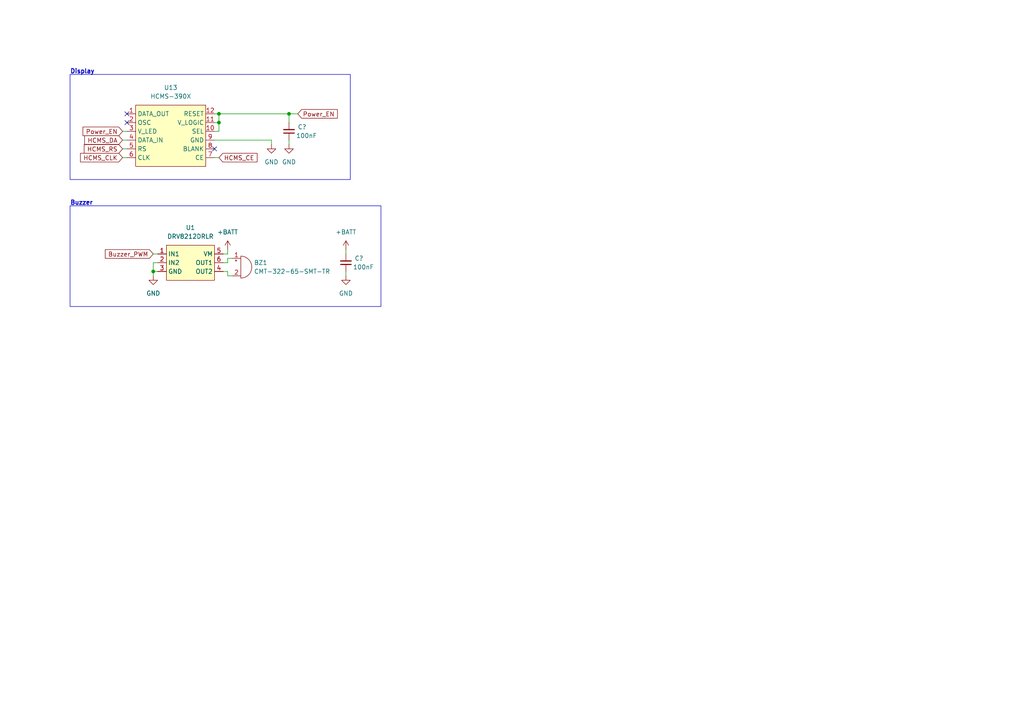
<source format=kicad_sch>
(kicad_sch (version 20230121) (generator eeschema)
  (paper "A4")
  (lib_symbols
    (symbol "Device:Buzzer" (pin_names (offset 0.0254) hide)
      (property "Reference" "BZ" (at 3.81 1.27 0))
      (property "Value" "Buzzer" (at 3.81 -1.27 0))
      (symbol "Buzzer_0_1"
        (arc (start 0 -3.175) (mid 3.1612 0) (end 0 3.175))
        (polyline (pts (xy -1.651 1.905) (xy -1.143 1.905)))
        (polyline (pts (xy -1.397 2.159) (xy -1.397 1.651)))
        (polyline (pts (xy 0 3.175) (xy 0 -3.175)))
      )
      (symbol "Buzzer_1_1"
        (pin passive line (at -2.54 2.54 0) (length 2.54) (name "-") (number "1"))
        (pin passive line (at -2.54 -2.54 0) (length 2.54) (name "+") (number "2"))
      )
    )
    (symbol "Device:C_Small" (pin_numbers hide) (pin_names (offset 0.254) hide)
      (property "Reference" "C" (at 0.254 1.778 0))
      (property "Value" "C_Small" (at 0.254 -2.032 0))
      (symbol "C_Small_0_1"
        (polyline (pts (xy -1.524 -0.508) (xy 1.524 -0.508)) (stroke (width 0.3302)))
        (polyline (pts (xy -1.524 0.508) (xy 1.524 0.508)) (stroke (width 0.3048)))
      )
      (symbol "C_Small_1_1"
        (pin passive line (at 0 2.54 270) (length 2.032) (name "~") (number "1"))
        (pin passive line (at 0 -2.54 90) (length 2.032) (name "~") (number "2"))
      )
    )
    (symbol "HS_Display:HCMS-390X"
      (property "Reference" "U?" (at 1.27 1.27 0))
      (property "Value" "HCMS-390X" (at 0 5.08 0))
      (symbol "HCMS-390X_1_0"
        (pin input line (at 22.86 -7.62 180) (length 2.54) (name "SEL") (number "10"))
        (pin power_in line (at 22.86 -5.08 180) (length 2.54) (name "V_LOGIC") (number "11"))
        (pin input line (at 22.86 -2.54 180) (length 2.54) (name "RESET") (number "12"))
        (pin input line (at -2.54 -5.08 0) (length 2.54) (name "OSC") (number "2"))
        (pin power_in line (at -2.54 -7.62 0) (length 2.54) (name "V_LED") (number "3"))
        (pin input line (at -2.54 -10.16 0) (length 2.54) (name "DATA_IN") (number "4"))
        (pin input line (at -2.54 -12.7 0) (length 2.54) (name "RS") (number "5"))
        (pin input line (at -2.54 -15.24 0) (length 2.54) (name "CLK") (number "6"))
        (pin input line (at 22.86 -15.24 180) (length 2.54) (name "CE") (number "7"))
        (pin input line (at 22.86 -12.7 180) (length 2.54) (name "BLANK") (number "8"))
        (pin power_in line (at 22.86 -10.16 180) (length 2.54) (name "GND") (number "9"))
      )
      (symbol "HCMS-390X_1_1"
        (rectangle (start 0 0) (end 20.32 -17.78) (fill (type background)))
        (pin output line (at -2.54 -2.54 0) (length 2.54) (name "DATA_OUT") (number "1"))
      )
    )
    (symbol "HS_MotorDriver:DRV8212DRLR"
      (property "Reference" "U" (at 0 0 0))
      (property "Value" "DRV8212DRLR" (at 0 0 0))
      (symbol "DRV8212DRLR_1_0"
        (pin input line (at -2.54 -5.08 0) (length 2.54) (name "IN2") (number "2"))
        (pin power_in line (at -2.54 -7.62 0) (length 2.54) (name "GND") (number "3"))
        (pin output line (at 16.51 -7.62 180) (length 2.54) (name "OUT2") (number "4"))
        (pin power_in line (at 16.51 -2.54 180) (length 2.54) (name "VM") (number "5"))
        (pin output line (at 16.51 -5.08 180) (length 2.54) (name "OUT1") (number "6"))
      )
      (symbol "DRV8212DRLR_1_1"
        (rectangle (start 0 0) (end 13.97 -10.16) (fill (type background)))
        (pin input line (at -2.54 -2.54 0) (length 2.54) (name "IN1") (number "1"))
      )
    )
    (symbol "power:+BATT" (power) (pin_names (offset 0))
      (property "Value" "+BATT" (at 0 3.556 0))
      (symbol "+BATT_0_1"
        (polyline (pts (xy -0.762 1.27) (xy 0 2.54)))
        (polyline (pts (xy 0 0) (xy 0 2.54)))
        (polyline (pts (xy 0 2.54) (xy 0.762 1.27)))
      )
      (symbol "+BATT_1_1"
        (pin power_in line (at 0 0 90) (length 0) hide (name "+BATT") (number "1"))
      )
    )
    (symbol "power:GND" (power) (pin_names (offset 0))
      (property "Value" "GND" (at 0 -3.81 0))
      (symbol "GND_0_1"
        (polyline (pts (xy 0 0) (xy 0 -1.27) (xy 1.27 -1.27) (xy 0 -2.54) (xy -1.27 -1.27) (xy 0 -1.27)))
      )
      (symbol "GND_1_1"
        (pin power_in line (at 0 0 270) (length 0) hide (name "GND") (number "1"))
      )
    )
  )
  (junction (at 83.82 33.02))
  (junction (at 63.5 35.56))
  (junction (at 44.45 78.74))
  (junction (at 63.5 33.02))
  (no_connect (at 36.83 33.02))
  (no_connect (at 36.83 35.56))
  (no_connect (at 62.23 43.18))
  (wire (pts (xy 66.04 73.66) (xy 64.77 73.66)))
  (wire (pts (xy 66.04 74.93) (xy 66.04 76.2)))
  (wire (pts (xy 44.45 76.2) (xy 45.72 76.2)))
  (wire (pts (xy 44.45 78.74) (xy 45.72 78.74)))
  (wire (pts (xy 64.77 78.74) (xy 66.04 78.74)))
  (wire (pts (xy 44.45 73.66) (xy 45.72 73.66)))
  (wire (pts (xy 44.45 78.74) (xy 44.45 76.2)))
  (wire (pts (xy 63.5 35.56) (xy 62.23 35.56)))
  (wire (pts (xy 78.74 41.91) (xy 78.74 40.64)))
  (wire (pts (xy 100.33 80.01) (xy 100.33 78.74)))
  (wire (pts (xy 63.5 33.02) (xy 63.5 35.56)))
  (wire (pts (xy 66.04 72.39) (xy 66.04 73.66)))
  (wire (pts (xy 100.33 72.39) (xy 100.33 73.66)))
  (wire (pts (xy 62.23 40.64) (xy 78.74 40.64)))
  (wire (pts (xy 63.5 38.1) (xy 63.5 35.56)))
  (wire (pts (xy 83.82 33.02) (xy 86.36 33.02)))
  (wire (pts (xy 66.04 78.74) (xy 66.04 80.01)))
  (wire (pts (xy 83.82 33.02) (xy 83.82 35.56)))
  (wire (pts (xy 66.04 80.01) (xy 67.31 80.01)))
  (wire (pts (xy 62.23 33.02) (xy 63.5 33.02)))
  (wire (pts (xy 63.5 33.02) (xy 83.82 33.02)))
  (wire (pts (xy 62.23 38.1) (xy 63.5 38.1)))
  (wire (pts (xy 67.31 74.93) (xy 66.04 74.93)))
  (wire (pts (xy 35.56 40.64) (xy 36.83 40.64)))
  (wire (pts (xy 35.56 43.18) (xy 36.83 43.18)))
  (wire (pts (xy 35.56 45.72) (xy 36.83 45.72)))
  (wire (pts (xy 62.23 45.72) (xy 63.5 45.72)))
  (wire (pts (xy 35.56 38.1) (xy 36.83 38.1)))
  (wire (pts (xy 83.82 41.91) (xy 83.82 40.64)))
  (wire (pts (xy 44.45 80.01) (xy 44.45 78.74)))
  (wire (pts (xy 66.04 76.2) (xy 64.77 76.2)))
  (rectangle (start 20.32 59.69) (end 110.49 88.9))
  (rectangle (start 20.32 21.59) (end 101.6 52.07))
  (text "Buzzer" (at 20.32 59.69 0) (effects (font (size 1.27 1.27) (thickness 0.254) bold) (justify left bottom)))
  (text "Display" (at 20.32 21.59 0) (effects (font (size 1.27 1.27) (thickness 0.254) bold) (justify left bottom)))
  (global_label "HCMS_CLK" (shape input) (at 35.56 45.72 180) (property "Intersheetrefs" "${INTERSHEET_REFS}" (effects hide)))
  (global_label "Buzzer_PWM" (shape input) (at 44.45 73.66 180) (property "Intersheetrefs" "${INTERSHEET_REFS}" (effects hide)))
  (global_label "Power_EN" (shape input) (at 35.56 38.1 180) (property "Intersheetrefs" "${INTERSHEET_REFS}" (effects hide)))
  (global_label "HCMS_CE" (shape input) (at 63.5 45.72 0) (property "Intersheetrefs" "${INTERSHEET_REFS}" (effects hide)))
  (global_label "HCMS_RS" (shape input) (at 35.56 43.18 180) (property "Intersheetrefs" "${INTERSHEET_REFS}" (effects hide)))
  (global_label "HCMS_DA" (shape input) (at 35.56 40.64 180) (property "Intersheetrefs" "${INTERSHEET_REFS}" (effects hide)))
  (global_label "Power_EN" (shape input) (at 86.36 33.02 0) (property "Intersheetrefs" "${INTERSHEET_REFS}" (effects hide)))
  (symbol (lib_id "power:GND") (at 100.33 80.01 0) (unit 1)
    (property "Reference" "#PWR?" (effects hide))
    (property "Value" "GND" (at 100.33 85.09 0))
    (instances (project "uglyBob" (path "" (reference "#PWR?") (unit 1)) (path "" (reference "#PWR085") (unit 1)) (path "" (reference "#PWR098") (unit 1))))
  )
  (symbol (lib_id "Device:C_Small") (at 83.82 38.1 180) (unit 1)
    (property "Reference" "C?" (at 87.63 36.83 0))
    (property "Value" "100nF" (at 88.9 39.37 0))
    (property "Footprint" "SMD_HS:0603_1608_C" (effects hide))
    (instances (project "uglyBob" (path "" (reference "C?") (unit 1)) (path "" (reference "C7") (unit 1)) (path "" (reference "C17") (unit 1)) (path "" (reference "C?") (unit 1)) (path "" (reference "C27") (unit 1))))
  )
  (symbol (lib_id "Device:Buzzer") (at 69.85 77.47 0) (unit 1)
    (property "Reference" "BZ1" (at 73.66 76.2 0) (effects (justify left)))
    (property "Value" "CMT-322-65-SMT-TR" (at 73.66 78.74 0) (effects (justify left)))
    (property "Footprint" "Buzzer_HS:CMT-332-65-SMT-TR" (effects hide))
  )
  (symbol (lib_id "power:GND") (at 44.45 80.01 0) (unit 1)
    (property "Reference" "#PWR042" (effects hide))
    (property "Value" "GND" (at 44.45 85.09 0))
    (instances (project "sensor" (path "" (reference "#PWR042") (unit 1))) (project "kenny-fail" (path "" (reference "#PWR015") (unit 1))) (project "Lemmiwinks" (path "" (reference "#PWR042") (unit 1))) (project "uglyBob" (path "" (reference "#PWR?") (unit 1)) (path "" (reference "#PWR048") (unit 1)) (path "" (reference "#PWR089") (unit 1))))
  )
  (symbol (lib_id "HS_MotorDriver:DRV8212DRLR") (at 48.26 71.12 0) (unit 1)
    (property "Reference" "U1" (at 55.245 66.04 0))
    (property "Value" "DRV8212DRLR" (at 55.245 68.58 0))
    (property "Footprint" "Package_TO_SOT_SMD_HS:SOT-563" (effects hide))
    (instances (project "uglyBob" (path "" (reference "U1") (unit 1)) (path "" (reference "U14") (unit 1))))
  )
  (symbol (lib_id "power:GND") (at 83.82 41.91 0) (unit 1)
    (property "Reference" "#PWR?" (effects hide))
    (property "Value" "GND" (at 83.82 46.99 0))
    (instances (project "uglyBob" (path "" (reference "#PWR?") (unit 1)) (path "" (reference "#PWR?") (unit 1)) (path "" (reference "#PWR087") (unit 1))))
  )
  (symbol (lib_id "Device:C_Small") (at 100.33 76.2 180) (unit 1)
    (property "Reference" "C?" (at 104.14 74.93 0))
    (property "Value" "100nF" (at 105.41 77.47 0))
    (property "Footprint" "SMD_HS:0603_1608_C" (effects hide))
    (instances (project "uglyBob" (path "" (reference "C?") (unit 1)) (path "" (reference "C7") (unit 1)) (path "" (reference "C17") (unit 1)) (path "" (reference "C26") (unit 1)) (path "" (reference "C28") (unit 1))))
  )
  (symbol (lib_id "HS_Display:HCMS-390X") (at 39.37 30.48 0) (unit 1)
    (property "Reference" "U13" (at 49.53 25.4 0))
    (property "Value" "HCMS-390X" (at 49.53 27.94 0))
    (property "Footprint" "Display_HS:HCMS-390x" (effects hide))
  )
  (symbol (lib_id "power:+BATT") (at 100.33 72.39 0) (unit 1)
    (property "Reference" "#PWR?" (effects hide))
    (property "Value" "+BATT" (at 100.33 67.31 0))
    (instances (project "uglyBob" (path "" (reference "#PWR?") (unit 1)) (path "" (reference "#PWR083") (unit 1)) (path "" (reference "#PWR097") (unit 1))))
  )
  (symbol (lib_id "power:+BATT") (at 66.04 72.39 0) (unit 1)
    (property "Reference" "#PWR?" (effects hide))
    (property "Value" "+BATT" (at 66.04 67.31 0))
    (instances (project "uglyBob" (path "" (reference "#PWR?") (unit 1)) (path "" (reference "#PWR?") (unit 1)) (path "" (reference "#PWR088") (unit 1))))
  )
  (symbol (lib_id "power:GND") (at 78.74 41.91 0) (unit 1)
    (property "Reference" "#PWR?" (effects hide))
    (property "Value" "GND" (at 78.74 46.99 0))
    (instances (project "uglyBob" (path "" (reference "#PWR?") (unit 1)) (path "" (reference "#PWR086") (unit 1))))
  )
)
</source>
